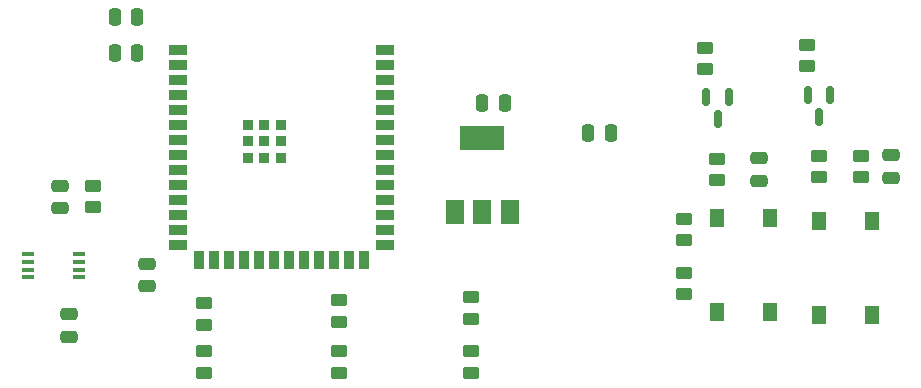
<source format=gbr>
G04 #@! TF.GenerationSoftware,KiCad,Pcbnew,7.0.10*
G04 #@! TF.CreationDate,2024-03-04T21:29:39-06:00*
G04 #@! TF.ProjectId,JargonJolt,4a617267-6f6e-44a6-9f6c-742e6b696361,rev?*
G04 #@! TF.SameCoordinates,Original*
G04 #@! TF.FileFunction,Paste,Top*
G04 #@! TF.FilePolarity,Positive*
%FSLAX46Y46*%
G04 Gerber Fmt 4.6, Leading zero omitted, Abs format (unit mm)*
G04 Created by KiCad (PCBNEW 7.0.10) date 2024-03-04 21:29:39*
%MOMM*%
%LPD*%
G01*
G04 APERTURE LIST*
G04 Aperture macros list*
%AMRoundRect*
0 Rectangle with rounded corners*
0 $1 Rounding radius*
0 $2 $3 $4 $5 $6 $7 $8 $9 X,Y pos of 4 corners*
0 Add a 4 corners polygon primitive as box body*
4,1,4,$2,$3,$4,$5,$6,$7,$8,$9,$2,$3,0*
0 Add four circle primitives for the rounded corners*
1,1,$1+$1,$2,$3*
1,1,$1+$1,$4,$5*
1,1,$1+$1,$6,$7*
1,1,$1+$1,$8,$9*
0 Add four rect primitives between the rounded corners*
20,1,$1+$1,$2,$3,$4,$5,0*
20,1,$1+$1,$4,$5,$6,$7,0*
20,1,$1+$1,$6,$7,$8,$9,0*
20,1,$1+$1,$8,$9,$2,$3,0*%
G04 Aperture macros list end*
%ADD10RoundRect,0.250000X-0.450000X0.262500X-0.450000X-0.262500X0.450000X-0.262500X0.450000X0.262500X0*%
%ADD11RoundRect,0.250000X0.475000X-0.250000X0.475000X0.250000X-0.475000X0.250000X-0.475000X-0.250000X0*%
%ADD12RoundRect,0.250000X0.250000X0.475000X-0.250000X0.475000X-0.250000X-0.475000X0.250000X-0.475000X0*%
%ADD13RoundRect,0.150000X-0.150000X0.587500X-0.150000X-0.587500X0.150000X-0.587500X0.150000X0.587500X0*%
%ADD14R,1.500000X0.900000*%
%ADD15R,0.900000X1.500000*%
%ADD16R,0.900000X0.900000*%
%ADD17R,1.300000X1.550000*%
%ADD18R,1.500000X2.000000*%
%ADD19R,3.800000X2.000000*%
%ADD20RoundRect,0.250000X0.450000X-0.262500X0.450000X0.262500X-0.450000X0.262500X-0.450000X-0.262500X0*%
%ADD21RoundRect,0.250000X-0.475000X0.250000X-0.475000X-0.250000X0.475000X-0.250000X0.475000X0.250000X0*%
%ADD22R,1.100000X0.400000*%
%ADD23RoundRect,0.250000X-0.250000X-0.475000X0.250000X-0.475000X0.250000X0.475000X-0.250000X0.475000X0*%
G04 APERTURE END LIST*
D10*
X155980000Y-99719500D03*
X155980000Y-101544500D03*
D11*
X132334000Y-87612000D03*
X132334000Y-85712000D03*
D10*
X195580000Y-73763500D03*
X195580000Y-75588500D03*
D11*
X191516000Y-85278000D03*
X191516000Y-83378000D03*
D12*
X138896000Y-71460000D03*
X136996000Y-71460000D03*
D13*
X197546000Y-78056500D03*
X195646000Y-78056500D03*
X196596000Y-79931500D03*
D14*
X142380000Y-74246000D03*
X142380000Y-75516000D03*
X142380000Y-76786000D03*
X142380000Y-78056000D03*
X142380000Y-79326000D03*
X142380000Y-80596000D03*
X142380000Y-81866000D03*
X142380000Y-83136000D03*
X142380000Y-84406000D03*
X142380000Y-85676000D03*
X142380000Y-86946000D03*
X142380000Y-88216000D03*
X142380000Y-89486000D03*
X142380000Y-90756000D03*
D15*
X144145000Y-92006000D03*
X145415000Y-92006000D03*
X146685000Y-92006000D03*
X147955000Y-92006000D03*
X149225000Y-92006000D03*
X150495000Y-92006000D03*
X151765000Y-92006000D03*
X153035000Y-92006000D03*
X154305000Y-92006000D03*
X155575000Y-92006000D03*
X156845000Y-92006000D03*
X158115000Y-92006000D03*
D14*
X159880000Y-90756000D03*
X159880000Y-89486000D03*
X159880000Y-88216000D03*
X159880000Y-86946000D03*
X159880000Y-85676000D03*
X159880000Y-84406000D03*
X159880000Y-83136000D03*
X159880000Y-81866000D03*
X159880000Y-80596000D03*
X159880000Y-79326000D03*
X159880000Y-78056000D03*
X159880000Y-76786000D03*
X159880000Y-75516000D03*
X159880000Y-74246000D03*
D16*
X148230000Y-80566000D03*
X148230000Y-81966000D03*
X148230000Y-83366000D03*
X148230000Y-83366000D03*
X149630000Y-80566000D03*
X149630000Y-80566000D03*
X149630000Y-81966000D03*
X149630000Y-83366000D03*
X151030000Y-80566000D03*
X151030000Y-81966000D03*
X151030000Y-83366000D03*
D10*
X186944000Y-74017500D03*
X186944000Y-75842500D03*
X200152000Y-83161500D03*
X200152000Y-84986500D03*
D17*
X201132000Y-88735000D03*
X201132000Y-96685000D03*
X196632000Y-88735000D03*
X196632000Y-96685000D03*
D18*
X165813500Y-87938000D03*
X168113500Y-87938000D03*
D19*
X168113500Y-81638000D03*
D18*
X170413500Y-87938000D03*
D20*
X196596000Y-84986500D03*
X196596000Y-83161500D03*
D17*
X192496000Y-88481000D03*
X192496000Y-96431000D03*
X187996000Y-88481000D03*
X187996000Y-96431000D03*
D21*
X133096000Y-96586000D03*
X133096000Y-98486000D03*
X139724000Y-92316000D03*
X139724000Y-94216000D03*
D11*
X202692000Y-85024000D03*
X202692000Y-83124000D03*
D10*
X167156000Y-95147500D03*
X167156000Y-96972500D03*
D20*
X187960000Y-85240500D03*
X187960000Y-83415500D03*
D13*
X188976000Y-78232000D03*
X187076000Y-78232000D03*
X188026000Y-80107000D03*
D10*
X167156000Y-99719500D03*
X167156000Y-101544500D03*
D20*
X185166000Y-90320500D03*
X185166000Y-88495500D03*
D10*
X144526000Y-99719500D03*
X144526000Y-101544500D03*
X185166000Y-93067500D03*
X185166000Y-94892500D03*
D22*
X129676000Y-91529000D03*
X129676000Y-92179000D03*
X129676000Y-92829000D03*
X129676000Y-93479000D03*
X133976000Y-93479000D03*
X133976000Y-92829000D03*
X133976000Y-92179000D03*
X133976000Y-91529000D03*
D23*
X168113500Y-78692000D03*
X170013500Y-78692000D03*
D12*
X138896000Y-74470000D03*
X136996000Y-74470000D03*
D10*
X135128000Y-85701500D03*
X135128000Y-87526500D03*
D23*
X177069500Y-81232000D03*
X178969500Y-81232000D03*
D10*
X155980000Y-95401500D03*
X155980000Y-97226500D03*
X144526000Y-95655500D03*
X144526000Y-97480500D03*
M02*

</source>
